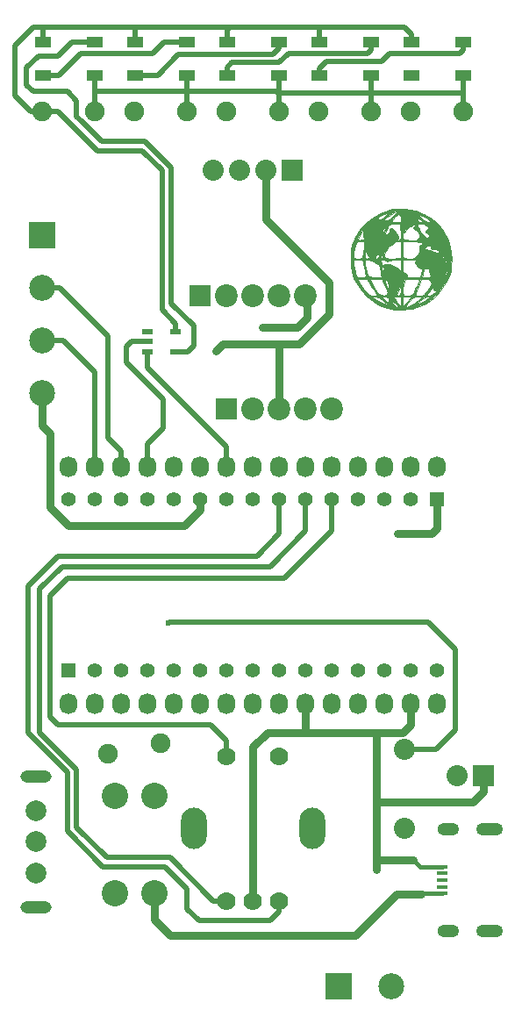
<source format=gbr>
G04 #@! TF.FileFunction,Copper,L1,Top,Signal*
%FSLAX46Y46*%
G04 Gerber Fmt 4.6, Leading zero omitted, Abs format (unit mm)*
G04 Created by KiCad (PCBNEW 4.0.5) date 12/07/17 20:38:24*
%MOMM*%
%LPD*%
G01*
G04 APERTURE LIST*
%ADD10C,0.500000*%
%ADD11C,0.010000*%
%ADD12C,1.778000*%
%ADD13O,2.500000X4.000500*%
%ADD14R,2.032000X2.032000*%
%ADD15C,2.032000*%
%ADD16C,1.905000*%
%ADD17O,1.727200X2.032000*%
%ADD18C,2.540000*%
%ADD19C,2.000000*%
%ADD20O,3.000000X1.200000*%
%ADD21R,1.100000X0.450000*%
%ADD22O,2.100000X1.200000*%
%ADD23O,2.600000X1.200000*%
%ADD24R,2.100580X2.100580*%
%ADD25C,2.199640*%
%ADD26R,2.499360X2.499360*%
%ADD27C,2.499360*%
%ADD28C,1.397000*%
%ADD29R,1.397000X1.397000*%
%ADD30C,0.010000*%
%ADD31R,1.600000X1.000000*%
%ADD32R,1.000000X0.550000*%
%ADD33C,0.600000*%
%ADD34C,0.508000*%
%ADD35C,0.762000*%
%ADD36C,0.381000*%
G04 APERTURE END LIST*
D10*
D11*
G36*
X39346092Y80768486D02*
X39908908Y80723429D01*
X40383235Y80634807D01*
X40456706Y80613542D01*
X41273578Y80274299D01*
X42022366Y79794203D01*
X42552072Y79318761D01*
X43011128Y78790669D01*
X43357358Y78268757D01*
X43631748Y77688380D01*
X43701661Y77505568D01*
X43810208Y77080991D01*
X43877463Y76548005D01*
X43902724Y75962601D01*
X43885288Y75380766D01*
X43824454Y74858491D01*
X43739268Y74506667D01*
X43367352Y73639657D01*
X42874998Y72883171D01*
X42269541Y72245797D01*
X41558312Y71736122D01*
X41221847Y71558390D01*
X40843794Y71391722D01*
X40461020Y71245788D01*
X40140552Y71145533D01*
X40064332Y71127628D01*
X39706714Y71079357D01*
X39254732Y71053038D01*
X38782094Y71049998D01*
X38362508Y71071564D01*
X38184666Y71093786D01*
X37718855Y71209794D01*
X37198494Y71399168D01*
X36702263Y71630762D01*
X36432875Y71787273D01*
X35867718Y72225924D01*
X36322000Y72225924D01*
X36392788Y72155492D01*
X36582380Y72033474D01*
X36856614Y71880915D01*
X37009137Y71802590D01*
X37373528Y71627621D01*
X37643621Y71512920D01*
X37805182Y71462971D01*
X37843980Y71482259D01*
X37756224Y71567193D01*
X37619753Y71676597D01*
X37540248Y71741426D01*
X38190106Y71741426D01*
X38247397Y71604817D01*
X38357298Y71474632D01*
X38506337Y71353720D01*
X38648111Y71292979D01*
X38737631Y71302067D01*
X38736264Y71317756D01*
X39476409Y71317756D01*
X39518507Y71299848D01*
X39574702Y71317279D01*
X39761329Y71366830D01*
X39834202Y71374000D01*
X39953498Y71422093D01*
X40154601Y71546090D01*
X40265702Y71623855D01*
X40627351Y71623855D01*
X40641151Y71596793D01*
X40753851Y71628532D01*
X40767000Y71633157D01*
X40999427Y71732897D01*
X41279446Y71875799D01*
X41376457Y71930558D01*
X41652293Y72106355D01*
X41773844Y72223826D01*
X41743950Y72287769D01*
X41597496Y72303592D01*
X41357535Y72232632D01*
X41048671Y72019404D01*
X40936333Y71922529D01*
X40722421Y71726754D01*
X40627351Y71623855D01*
X40265702Y71623855D01*
X40396736Y71715572D01*
X40639129Y71900119D01*
X40841007Y72069312D01*
X40961597Y72192730D01*
X40978666Y72227844D01*
X40903142Y72274749D01*
X40712770Y72302292D01*
X40610920Y72305334D01*
X40394331Y72292663D01*
X40234297Y72233409D01*
X40075046Y72095708D01*
X39906977Y71903167D01*
X39661686Y71603620D01*
X39521149Y71413748D01*
X39476409Y71317756D01*
X38736264Y71317756D01*
X38729908Y71390645D01*
X38727401Y71395167D01*
X38593805Y71583738D01*
X38437586Y71743258D01*
X38304855Y71830900D01*
X38257026Y71832061D01*
X38190106Y71741426D01*
X37540248Y71741426D01*
X37407294Y71849836D01*
X37239504Y71987834D01*
X36909333Y72215380D01*
X36806854Y72248000D01*
X37253333Y72248000D01*
X37312398Y72163023D01*
X37460525Y72018503D01*
X37528500Y71959654D01*
X37701547Y71821491D01*
X37786722Y71787615D01*
X37822791Y71849901D01*
X37831528Y71896145D01*
X37832978Y72097541D01*
X37813019Y72184491D01*
X37774566Y72213750D01*
X38354000Y72213750D01*
X38401861Y72113433D01*
X38521633Y71935782D01*
X38677600Y71727282D01*
X38834043Y71534423D01*
X38955245Y71403691D01*
X38999199Y71374000D01*
X39016802Y71450603D01*
X39028474Y71648194D01*
X39031333Y71839667D01*
X39031333Y72305334D01*
X39200666Y72305334D01*
X39204460Y71818500D01*
X39208254Y71331667D01*
X39585460Y71752682D01*
X39776959Y71975596D01*
X39912726Y72151147D01*
X39962666Y72239515D01*
X39886958Y72278776D01*
X39695417Y72302320D01*
X39581666Y72305334D01*
X39200666Y72305334D01*
X39031333Y72305334D01*
X38692666Y72305334D01*
X38480498Y72285022D01*
X38362603Y72234259D01*
X38354000Y72213750D01*
X37774566Y72213750D01*
X37720317Y72255027D01*
X37551297Y72298738D01*
X37375992Y72307678D01*
X37264440Y72273900D01*
X37253333Y72248000D01*
X36806854Y72248000D01*
X36632739Y72303422D01*
X36588446Y72305334D01*
X36404774Y72283319D01*
X36322337Y72229928D01*
X36322000Y72225924D01*
X35867718Y72225924D01*
X35844751Y72243750D01*
X35307538Y72805899D01*
X34849426Y73435189D01*
X34582818Y73935167D01*
X34882983Y73935167D01*
X34937525Y73778396D01*
X35080001Y73539103D01*
X35280223Y73256092D01*
X35507998Y72968169D01*
X35733137Y72714136D01*
X35925450Y72532800D01*
X36022343Y72470705D01*
X36238144Y72414657D01*
X36471227Y72396382D01*
X36646318Y72419324D01*
X36682907Y72440464D01*
X36665774Y72530797D01*
X36569198Y72712151D01*
X36455663Y72884964D01*
X36253561Y73187132D01*
X36056688Y73505562D01*
X35980387Y73638834D01*
X35856949Y73847763D01*
X35817619Y73884794D01*
X36068000Y73884794D01*
X36114288Y73753777D01*
X36235069Y73529784D01*
X36403213Y73255289D01*
X36591591Y72972766D01*
X36773074Y72724691D01*
X36914437Y72559563D01*
X37129938Y72434669D01*
X37383473Y72407284D01*
X37607447Y72476490D01*
X37691560Y72558542D01*
X38583104Y72558542D01*
X38604657Y72434262D01*
X38763158Y72401559D01*
X38806489Y72406325D01*
X38909449Y72440158D01*
X38967260Y72531844D01*
X38995242Y72722513D01*
X39002356Y72875106D01*
X39199959Y72875106D01*
X39208513Y72614565D01*
X39251354Y72454479D01*
X39261014Y72442542D01*
X39375335Y72411290D01*
X39593659Y72402634D01*
X39705514Y72407264D01*
X39899913Y72425130D01*
X40033140Y72469286D01*
X40067281Y72501699D01*
X40434578Y72501699D01*
X40436044Y72462191D01*
X40550653Y72409779D01*
X40761996Y72392176D01*
X41001244Y72408644D01*
X41199570Y72458445D01*
X41225152Y72470646D01*
X41236173Y72480316D01*
X41571333Y72480316D01*
X41634506Y72396722D01*
X41793627Y72395526D01*
X42003094Y72466184D01*
X42217308Y72598154D01*
X42268497Y72641519D01*
X42431695Y72796175D01*
X42477178Y72870088D01*
X42415169Y72893450D01*
X42354500Y72895519D01*
X42200796Y72945851D01*
X42164000Y73025000D01*
X42123622Y73137749D01*
X42089382Y73152000D01*
X41993714Y73088447D01*
X41852618Y72933889D01*
X41707861Y72742480D01*
X41601208Y72568374D01*
X41571333Y72480316D01*
X41236173Y72480316D01*
X41349730Y72579951D01*
X41525473Y72785197D01*
X41695079Y73014813D01*
X41864036Y73268678D01*
X41947541Y73435100D01*
X41959586Y73563693D01*
X41914162Y73704071D01*
X41899158Y73738501D01*
X41809082Y73900840D01*
X41689344Y73976697D01*
X41478513Y73998080D01*
X41399866Y73998667D01*
X41015735Y73998667D01*
X40703582Y73266524D01*
X40572422Y72941224D01*
X40478527Y72673573D01*
X40434578Y72501699D01*
X40067281Y72501699D01*
X40141305Y72571974D01*
X40260516Y72765439D01*
X40397327Y73025000D01*
X40603740Y73424572D01*
X40729378Y73696617D01*
X40768113Y73865601D01*
X40713813Y73955991D01*
X40560350Y73992254D01*
X40301594Y73998855D01*
X40153386Y73998667D01*
X39486029Y73998667D01*
X39343347Y73699461D01*
X39271045Y73473554D01*
X39222026Y73180102D01*
X39199959Y72875106D01*
X39002356Y72875106D01*
X39005397Y72940334D01*
X39009267Y73201649D01*
X38997065Y73306350D01*
X38966355Y73266606D01*
X38949825Y73217768D01*
X38842903Y72981215D01*
X38701748Y72763316D01*
X38583104Y72558542D01*
X37691560Y72558542D01*
X37703561Y72570248D01*
X37729821Y72689477D01*
X37690298Y72885370D01*
X37577649Y73187074D01*
X37506299Y73353415D01*
X37290917Y73843513D01*
X37487638Y73843513D01*
X37541183Y73663742D01*
X37607980Y73490667D01*
X37712430Y73256408D01*
X37794587Y73102673D01*
X37826102Y73067334D01*
X37842029Y73141822D01*
X37831822Y73328869D01*
X37821234Y73418203D01*
X37737194Y73723799D01*
X37590840Y73887798D01*
X37490858Y73912704D01*
X37487638Y73843513D01*
X37290917Y73843513D01*
X37222731Y73998667D01*
X36645365Y73998667D01*
X36317564Y73988859D01*
X36133598Y73956209D01*
X36068930Y73895876D01*
X36068000Y73884794D01*
X35817619Y73884794D01*
X35743567Y73954515D01*
X35578518Y73993383D01*
X35332742Y73998667D01*
X35082660Y73987884D01*
X34919383Y73960156D01*
X34882983Y73935167D01*
X34582818Y73935167D01*
X34498607Y74093089D01*
X34288346Y74718381D01*
X34225905Y75143414D01*
X34198937Y75668934D01*
X34201590Y75871064D01*
X34433938Y75871064D01*
X34485193Y75322182D01*
X34532980Y74977815D01*
X34603670Y74653880D01*
X34662904Y74470650D01*
X34749012Y74291192D01*
X34849206Y74201802D01*
X35020760Y74171198D01*
X35217013Y74168000D01*
X35459627Y74179310D01*
X35613925Y74208257D01*
X35643244Y74231500D01*
X35626674Y74337629D01*
X35583475Y74568777D01*
X35521395Y74884154D01*
X35486447Y75057000D01*
X35379731Y75580368D01*
X35560000Y75580368D01*
X35585688Y75331483D01*
X35651716Y75014942D01*
X35741531Y74691218D01*
X35838578Y74420779D01*
X35917672Y74273834D01*
X36058018Y74211176D01*
X36339505Y74175149D01*
X36590203Y74168000D01*
X37176339Y74168000D01*
X37120597Y74485500D01*
X37050106Y74880936D01*
X37013326Y75046391D01*
X37182217Y75046391D01*
X37203315Y74961828D01*
X37272836Y74868111D01*
X37357708Y74915843D01*
X37411998Y75031429D01*
X37356344Y75114856D01*
X37243548Y75174389D01*
X37201951Y75160841D01*
X37182217Y75046391D01*
X37013326Y75046391D01*
X36991087Y75146427D01*
X36923342Y75318372D01*
X36826673Y75433170D01*
X36680879Y75527222D01*
X36487808Y75625805D01*
X36244592Y75732458D01*
X37115384Y75732458D01*
X37117274Y75727409D01*
X37163835Y75536681D01*
X37168666Y75473409D01*
X37233917Y75378388D01*
X37380607Y75357825D01*
X37535137Y75418072D01*
X37559773Y75439641D01*
X37695410Y75469381D01*
X37925605Y75426892D01*
X38203002Y75332322D01*
X38480245Y75205826D01*
X38709980Y75067553D01*
X38844850Y74937655D01*
X38862000Y74885493D01*
X38908409Y74774224D01*
X38946666Y74760667D01*
X38990910Y74838425D01*
X39021201Y75044407D01*
X39031333Y75311000D01*
X39031333Y75861334D01*
X39200666Y75861334D01*
X39200666Y75282257D01*
X39205747Y74971979D01*
X39230192Y74786883D01*
X39287807Y74682911D01*
X39392398Y74616002D01*
X39412333Y74606739D01*
X39578710Y74470390D01*
X39624000Y74339149D01*
X39638654Y74251464D01*
X39706116Y74200129D01*
X39861633Y74175583D01*
X40140454Y74168265D01*
X40255020Y74168000D01*
X40886040Y74168000D01*
X41067566Y74168000D01*
X41488783Y74168000D01*
X41745064Y74178553D01*
X41871623Y74219367D01*
X41907259Y74304181D01*
X41907307Y74316167D01*
X41855589Y74501846D01*
X41854311Y74504034D01*
X43295576Y74504034D01*
X43311587Y74414578D01*
X43379019Y74366685D01*
X43442654Y74469954D01*
X43498656Y74642660D01*
X43512715Y74715310D01*
X43469366Y74729319D01*
X43381648Y74659935D01*
X43295576Y74504034D01*
X41854311Y74504034D01*
X41786122Y74620730D01*
X41710044Y74791405D01*
X41713206Y74895897D01*
X41708310Y74999679D01*
X41671983Y75014667D01*
X41520556Y75042961D01*
X41452434Y75065607D01*
X41337888Y75050825D01*
X41240584Y74900546D01*
X41152949Y74600570D01*
X41120375Y74443167D01*
X41067566Y74168000D01*
X40886040Y74168000D01*
X40974214Y74485500D01*
X41044803Y74777146D01*
X41052439Y74941262D01*
X40995453Y75008172D01*
X40945104Y75014667D01*
X40828553Y75067460D01*
X40675361Y75198223D01*
X40521443Y75365535D01*
X40437536Y75480334D01*
X43518666Y75480334D01*
X43561000Y75438000D01*
X43603333Y75480334D01*
X43561000Y75522667D01*
X43518666Y75480334D01*
X40437536Y75480334D01*
X40402715Y75527975D01*
X40355091Y75644121D01*
X40373624Y75673764D01*
X40429721Y75724797D01*
X43293770Y75724797D01*
X43307000Y75692000D01*
X43383082Y75611230D01*
X43396663Y75607334D01*
X43433029Y75672840D01*
X43434000Y75692000D01*
X43368912Y75773414D01*
X43344336Y75776667D01*
X43293770Y75724797D01*
X40429721Y75724797D01*
X40465655Y75757487D01*
X40470666Y75783723D01*
X40392925Y75820819D01*
X40187281Y75848261D01*
X39895101Y75860994D01*
X39835666Y75861334D01*
X39200666Y75861334D01*
X39031333Y75861334D01*
X38569650Y75861334D01*
X38263532Y75843068D01*
X37994414Y75796472D01*
X37890020Y75762030D01*
X37701458Y75705104D01*
X37579080Y75755893D01*
X37572770Y75762030D01*
X37414088Y75840759D01*
X37269674Y75861334D01*
X37123802Y75832668D01*
X37115384Y75732458D01*
X36244592Y75732458D01*
X36198173Y75752813D01*
X35932587Y75837923D01*
X35792833Y75859915D01*
X35633115Y75840594D01*
X35569885Y75745649D01*
X35560000Y75580368D01*
X35379731Y75580368D01*
X35331072Y75819000D01*
X34433938Y75871064D01*
X34201590Y75871064D01*
X34206311Y76230567D01*
X34208624Y76260964D01*
X34434497Y76260964D01*
X34455394Y76112865D01*
X34534192Y76031116D01*
X34535061Y76030606D01*
X34738329Y75968376D01*
X34997550Y75952567D01*
X35221209Y75985618D01*
X35276825Y76010844D01*
X35326381Y76118407D01*
X35342695Y76195236D01*
X35533937Y76195236D01*
X35573810Y76057114D01*
X35577873Y76051834D01*
X35695275Y75956267D01*
X35831733Y75988763D01*
X35888003Y76022285D01*
X35951879Y76097943D01*
X35936834Y76163320D01*
X36538062Y76163320D01*
X36538805Y76019945D01*
X36559913Y75990310D01*
X36692584Y75952362D01*
X36828375Y76031643D01*
X36899388Y76179699D01*
X36893515Y76231045D01*
X37084000Y76231045D01*
X37110461Y76063697D01*
X37168519Y75984850D01*
X37226186Y76026602D01*
X37240106Y76074398D01*
X37217122Y76249163D01*
X37176606Y76310594D01*
X37103729Y76341348D01*
X37084000Y76231045D01*
X36893515Y76231045D01*
X36882257Y76329468D01*
X36802582Y76355684D01*
X37434180Y76355684D01*
X37438829Y76153141D01*
X37555744Y76023755D01*
X37613166Y76005753D01*
X37966645Y75965873D01*
X38368986Y75960651D01*
X38721067Y75990676D01*
X38766750Y75998917D01*
X39031333Y76051834D01*
X39031333Y76844073D01*
X39200666Y76844073D01*
X39202744Y76453216D01*
X39224852Y76200636D01*
X39290797Y76055318D01*
X39424390Y75986249D01*
X39649439Y75962414D01*
X39882557Y75955822D01*
X40141354Y75967249D01*
X40328578Y76040911D01*
X40460176Y76155102D01*
X43032564Y76155102D01*
X43049518Y76120967D01*
X43130251Y76033434D01*
X43145102Y76095163D01*
X43124549Y76161319D01*
X43062216Y76253525D01*
X43034062Y76251618D01*
X43032564Y76155102D01*
X40460176Y76155102D01*
X40524952Y76211309D01*
X40557060Y76244116D01*
X40738003Y76455478D01*
X40818280Y76644122D01*
X40830678Y76891562D01*
X40829501Y76921449D01*
X40830299Y76979730D01*
X41334321Y76979730D01*
X41358100Y76898774D01*
X41518633Y76877334D01*
X41719176Y76828818D01*
X41821410Y76755061D01*
X41969490Y76664846D01*
X42199092Y76604314D01*
X42233944Y76599960D01*
X42457011Y76574692D01*
X42602840Y76555057D01*
X42614708Y76552900D01*
X42660194Y76607657D01*
X42656311Y76686834D01*
X42641376Y76708000D01*
X42841333Y76708000D01*
X42870220Y76625535D01*
X42878669Y76623334D01*
X42950955Y76682663D01*
X42968333Y76708000D01*
X42961620Y76786019D01*
X42930996Y76792667D01*
X42844778Y76731207D01*
X42841333Y76708000D01*
X42641376Y76708000D01*
X42582036Y76792094D01*
X42388072Y76848588D01*
X42262044Y76861380D01*
X42023233Y76896200D01*
X41934523Y76959660D01*
X41938574Y76999010D01*
X41904136Y77112820D01*
X41784427Y77199945D01*
X41606812Y77242987D01*
X41467126Y77156121D01*
X41452461Y77140315D01*
X41334321Y76979730D01*
X40830299Y76979730D01*
X40832853Y77165971D01*
X40878123Y77279715D01*
X40944373Y77300667D01*
X41043907Y77364249D01*
X41047371Y77448834D01*
X41014271Y77515773D01*
X40925673Y77561224D01*
X40751947Y77590629D01*
X40463464Y77609429D01*
X40109829Y77621032D01*
X39200666Y77645063D01*
X39200666Y76844073D01*
X39031333Y76844073D01*
X39031333Y77639334D01*
X38744058Y77639334D01*
X38512808Y77602065D01*
X38408048Y77512334D01*
X38297337Y77399742D01*
X38234019Y77385334D01*
X38077616Y77325147D01*
X37892276Y77181434D01*
X37737792Y77009469D01*
X37673973Y76867625D01*
X37623675Y76711379D01*
X37546973Y76585985D01*
X37434180Y76355684D01*
X36802582Y76355684D01*
X36761096Y76369334D01*
X36625623Y76305148D01*
X36538062Y76163320D01*
X35936834Y76163320D01*
X35923278Y76222224D01*
X35848582Y76359656D01*
X35731997Y76533210D01*
X35645641Y76620782D01*
X35636282Y76623334D01*
X35572640Y76551412D01*
X35536036Y76384358D01*
X35533937Y76195236D01*
X35342695Y76195236D01*
X35376563Y76354728D01*
X35419771Y76679435D01*
X35435912Y76856215D01*
X35497174Y77639334D01*
X35118655Y77639334D01*
X34882298Y77630369D01*
X34755673Y77574679D01*
X34679218Y77429066D01*
X34635063Y77288631D01*
X34554686Y76976920D01*
X34481803Y76625176D01*
X34464556Y76523995D01*
X34434497Y76260964D01*
X34208624Y76260964D01*
X34246899Y76763937D01*
X34319568Y77204670D01*
X34332938Y77257956D01*
X34552549Y77842058D01*
X34922187Y77842058D01*
X35015969Y77751390D01*
X35200782Y77764235D01*
X35374112Y77811711D01*
X35449618Y77839397D01*
X35448016Y77925030D01*
X35425284Y78125264D01*
X35404009Y78277015D01*
X35389683Y78373327D01*
X37523488Y78373327D01*
X37614534Y78319732D01*
X37667608Y78316667D01*
X37834335Y78390955D01*
X37920548Y78603896D01*
X37930666Y78746925D01*
X37974916Y78888392D01*
X38089883Y78909446D01*
X38248893Y78828200D01*
X38425272Y78662766D01*
X38592345Y78431253D01*
X38694090Y78228563D01*
X38761016Y78026886D01*
X38741459Y77930774D01*
X38708868Y77912846D01*
X38644220Y77835189D01*
X38654802Y77801436D01*
X38714564Y77733420D01*
X38811017Y77743737D01*
X38897408Y77775392D01*
X38990986Y77900265D01*
X39027629Y78152698D01*
X39200666Y78152698D01*
X39212443Y77935739D01*
X39274922Y77833438D01*
X39428828Y77791413D01*
X39475833Y77785248D01*
X40019063Y77739185D01*
X40409438Y77754514D01*
X40644679Y77831100D01*
X40676285Y77857048D01*
X40776702Y78049343D01*
X40787391Y78289214D01*
X40722344Y78520973D01*
X40595555Y78688935D01*
X40454419Y78740000D01*
X40303837Y78797813D01*
X40234161Y78925876D01*
X40274535Y79056127D01*
X40307710Y79082609D01*
X40375352Y79176199D01*
X40358530Y79219025D01*
X40245498Y79230911D01*
X40129298Y79181295D01*
X39946341Y79098137D01*
X39845178Y79078667D01*
X39729805Y79011486D01*
X39589633Y78844106D01*
X39550551Y78782334D01*
X39420791Y78595729D01*
X39311110Y78492947D01*
X39288188Y78486000D01*
X39233025Y78410975D01*
X39202689Y78223889D01*
X39200666Y78152698D01*
X39027629Y78152698D01*
X39031021Y78176064D01*
X39016831Y78592842D01*
X38977491Y78939850D01*
X38934091Y79256492D01*
X40568764Y79256492D01*
X40603982Y79153163D01*
X40682333Y79078667D01*
X40783963Y78914164D01*
X40809333Y78773919D01*
X40884321Y78566531D01*
X41021000Y78435881D01*
X41172669Y78305984D01*
X41232666Y78196863D01*
X41299276Y78024781D01*
X41455635Y77953250D01*
X41579588Y77982419D01*
X41728356Y78085496D01*
X41778720Y78140410D01*
X41751411Y78232000D01*
X42037000Y78232000D01*
X42043712Y78153982D01*
X42074336Y78147334D01*
X42160554Y78208794D01*
X42164000Y78232000D01*
X42135113Y78314466D01*
X42126663Y78316667D01*
X42054377Y78257338D01*
X42037000Y78232000D01*
X41751411Y78232000D01*
X41750259Y78235862D01*
X41618037Y78368275D01*
X41594082Y78386332D01*
X41523082Y78443667D01*
X42248666Y78443667D01*
X42291000Y78401334D01*
X42333333Y78443667D01*
X42291000Y78486000D01*
X42248666Y78443667D01*
X41523082Y78443667D01*
X41443586Y78507862D01*
X41433381Y78542445D01*
X42530888Y78542445D01*
X42542511Y78492111D01*
X42587333Y78486000D01*
X42657023Y78516979D01*
X42643777Y78542445D01*
X42543298Y78552578D01*
X42530888Y78542445D01*
X41433381Y78542445D01*
X41417797Y78595250D01*
X41492708Y78697667D01*
X42079333Y78697667D01*
X42121666Y78655334D01*
X42164000Y78697667D01*
X42121666Y78740000D01*
X42079333Y78697667D01*
X41492708Y78697667D01*
X41501136Y78709189D01*
X41508979Y78717878D01*
X41634291Y78891047D01*
X41625928Y79032093D01*
X41515877Y79177834D01*
X41349756Y79280501D01*
X41684769Y79280501D01*
X41698333Y79248000D01*
X41810492Y79166495D01*
X41835326Y79163334D01*
X41881230Y79215500D01*
X41867666Y79248000D01*
X41755507Y79329506D01*
X41730673Y79332667D01*
X41684769Y79280501D01*
X41349756Y79280501D01*
X41335661Y79289212D01*
X41040514Y79331557D01*
X40965544Y79332667D01*
X40687276Y79314524D01*
X40568764Y79256492D01*
X38934091Y79256492D01*
X38923650Y79332667D01*
X38482614Y79332667D01*
X38181097Y79312136D01*
X37971420Y79228285D01*
X37804259Y79047727D01*
X37644543Y78765372D01*
X37533929Y78513368D01*
X37523488Y78373327D01*
X35389683Y78373327D01*
X35355692Y78601826D01*
X37258958Y78601826D01*
X37324409Y78570667D01*
X37406116Y78639324D01*
X37500828Y78801868D01*
X37568242Y78958415D01*
X37549567Y78976775D01*
X37429751Y78873413D01*
X37287761Y78712177D01*
X37258958Y78601826D01*
X35355692Y78601826D01*
X35341434Y78697667D01*
X35106015Y78329956D01*
X34951795Y78037346D01*
X34922187Y77842058D01*
X34552549Y77842058D01*
X34624444Y78033275D01*
X35061688Y78751426D01*
X35625433Y79393418D01*
X35864087Y79587911D01*
X38184666Y79587911D01*
X38260811Y79538904D01*
X38455502Y79507799D01*
X38608000Y79502000D01*
X39031333Y79502000D01*
X39031333Y79671334D01*
X40640000Y79671334D01*
X40689608Y79538549D01*
X40851666Y79502000D01*
X41010797Y79529970D01*
X41063333Y79583688D01*
X40997773Y79677343D01*
X40853291Y79780295D01*
X40708188Y79838950D01*
X40687899Y79840667D01*
X40648927Y79769487D01*
X40640000Y79671334D01*
X39031333Y79671334D01*
X39031333Y79787967D01*
X38992170Y80022313D01*
X38927133Y80133445D01*
X40768532Y80133445D01*
X40839728Y80030948D01*
X40989504Y79893193D01*
X41184442Y79745935D01*
X41391126Y79614929D01*
X41576140Y79525930D01*
X41682163Y79502230D01*
X41840810Y79527131D01*
X41866576Y79588431D01*
X41754617Y79688749D01*
X41543101Y79826982D01*
X41286334Y79973002D01*
X41038626Y80096683D01*
X40854283Y80167898D01*
X40809333Y80174929D01*
X40768532Y80133445D01*
X38927133Y80133445D01*
X38896465Y80185848D01*
X38895016Y80187066D01*
X38797962Y80238295D01*
X38692608Y80201697D01*
X38537403Y80057637D01*
X38471683Y79987010D01*
X38305805Y79790098D01*
X38202145Y79636434D01*
X38184666Y79587911D01*
X35864087Y79587911D01*
X35968945Y79673365D01*
X37315029Y79673365D01*
X37339768Y79632847D01*
X37499419Y79626257D01*
X37582226Y79628047D01*
X37778262Y79649248D01*
X37941850Y79721181D01*
X38121220Y79873529D01*
X38312047Y80077208D01*
X38495939Y80292642D01*
X38611289Y80449670D01*
X38635627Y80517339D01*
X38632031Y80518000D01*
X38514807Y80474508D01*
X38302745Y80362138D01*
X38040472Y80208052D01*
X37772613Y80039411D01*
X37543796Y79883376D01*
X37399191Y79767647D01*
X37315029Y79673365D01*
X35968945Y79673365D01*
X36196625Y79858913D01*
X36795218Y79858913D01*
X36833602Y79793994D01*
X36892826Y79732709D01*
X36959695Y79717337D01*
X37066748Y79761132D01*
X37246524Y79877349D01*
X37528500Y80077052D01*
X37743929Y80235856D01*
X37889881Y80352628D01*
X37930666Y80395187D01*
X37861141Y80392036D01*
X37684257Y80337942D01*
X37447553Y80250377D01*
X37198567Y80146814D01*
X37002967Y80054213D01*
X36830984Y79947370D01*
X36795218Y79858913D01*
X36196625Y79858913D01*
X36296445Y79940261D01*
X37055487Y80372966D01*
X37755533Y80636843D01*
X38206522Y80725735D01*
X38757670Y80769435D01*
X39346092Y80768486D01*
X39346092Y80768486D01*
G37*
X39346092Y80768486D02*
X39908908Y80723429D01*
X40383235Y80634807D01*
X40456706Y80613542D01*
X41273578Y80274299D01*
X42022366Y79794203D01*
X42552072Y79318761D01*
X43011128Y78790669D01*
X43357358Y78268757D01*
X43631748Y77688380D01*
X43701661Y77505568D01*
X43810208Y77080991D01*
X43877463Y76548005D01*
X43902724Y75962601D01*
X43885288Y75380766D01*
X43824454Y74858491D01*
X43739268Y74506667D01*
X43367352Y73639657D01*
X42874998Y72883171D01*
X42269541Y72245797D01*
X41558312Y71736122D01*
X41221847Y71558390D01*
X40843794Y71391722D01*
X40461020Y71245788D01*
X40140552Y71145533D01*
X40064332Y71127628D01*
X39706714Y71079357D01*
X39254732Y71053038D01*
X38782094Y71049998D01*
X38362508Y71071564D01*
X38184666Y71093786D01*
X37718855Y71209794D01*
X37198494Y71399168D01*
X36702263Y71630762D01*
X36432875Y71787273D01*
X35867718Y72225924D01*
X36322000Y72225924D01*
X36392788Y72155492D01*
X36582380Y72033474D01*
X36856614Y71880915D01*
X37009137Y71802590D01*
X37373528Y71627621D01*
X37643621Y71512920D01*
X37805182Y71462971D01*
X37843980Y71482259D01*
X37756224Y71567193D01*
X37619753Y71676597D01*
X37540248Y71741426D01*
X38190106Y71741426D01*
X38247397Y71604817D01*
X38357298Y71474632D01*
X38506337Y71353720D01*
X38648111Y71292979D01*
X38737631Y71302067D01*
X38736264Y71317756D01*
X39476409Y71317756D01*
X39518507Y71299848D01*
X39574702Y71317279D01*
X39761329Y71366830D01*
X39834202Y71374000D01*
X39953498Y71422093D01*
X40154601Y71546090D01*
X40265702Y71623855D01*
X40627351Y71623855D01*
X40641151Y71596793D01*
X40753851Y71628532D01*
X40767000Y71633157D01*
X40999427Y71732897D01*
X41279446Y71875799D01*
X41376457Y71930558D01*
X41652293Y72106355D01*
X41773844Y72223826D01*
X41743950Y72287769D01*
X41597496Y72303592D01*
X41357535Y72232632D01*
X41048671Y72019404D01*
X40936333Y71922529D01*
X40722421Y71726754D01*
X40627351Y71623855D01*
X40265702Y71623855D01*
X40396736Y71715572D01*
X40639129Y71900119D01*
X40841007Y72069312D01*
X40961597Y72192730D01*
X40978666Y72227844D01*
X40903142Y72274749D01*
X40712770Y72302292D01*
X40610920Y72305334D01*
X40394331Y72292663D01*
X40234297Y72233409D01*
X40075046Y72095708D01*
X39906977Y71903167D01*
X39661686Y71603620D01*
X39521149Y71413748D01*
X39476409Y71317756D01*
X38736264Y71317756D01*
X38729908Y71390645D01*
X38727401Y71395167D01*
X38593805Y71583738D01*
X38437586Y71743258D01*
X38304855Y71830900D01*
X38257026Y71832061D01*
X38190106Y71741426D01*
X37540248Y71741426D01*
X37407294Y71849836D01*
X37239504Y71987834D01*
X36909333Y72215380D01*
X36806854Y72248000D01*
X37253333Y72248000D01*
X37312398Y72163023D01*
X37460525Y72018503D01*
X37528500Y71959654D01*
X37701547Y71821491D01*
X37786722Y71787615D01*
X37822791Y71849901D01*
X37831528Y71896145D01*
X37832978Y72097541D01*
X37813019Y72184491D01*
X37774566Y72213750D01*
X38354000Y72213750D01*
X38401861Y72113433D01*
X38521633Y71935782D01*
X38677600Y71727282D01*
X38834043Y71534423D01*
X38955245Y71403691D01*
X38999199Y71374000D01*
X39016802Y71450603D01*
X39028474Y71648194D01*
X39031333Y71839667D01*
X39031333Y72305334D01*
X39200666Y72305334D01*
X39204460Y71818500D01*
X39208254Y71331667D01*
X39585460Y71752682D01*
X39776959Y71975596D01*
X39912726Y72151147D01*
X39962666Y72239515D01*
X39886958Y72278776D01*
X39695417Y72302320D01*
X39581666Y72305334D01*
X39200666Y72305334D01*
X39031333Y72305334D01*
X38692666Y72305334D01*
X38480498Y72285022D01*
X38362603Y72234259D01*
X38354000Y72213750D01*
X37774566Y72213750D01*
X37720317Y72255027D01*
X37551297Y72298738D01*
X37375992Y72307678D01*
X37264440Y72273900D01*
X37253333Y72248000D01*
X36806854Y72248000D01*
X36632739Y72303422D01*
X36588446Y72305334D01*
X36404774Y72283319D01*
X36322337Y72229928D01*
X36322000Y72225924D01*
X35867718Y72225924D01*
X35844751Y72243750D01*
X35307538Y72805899D01*
X34849426Y73435189D01*
X34582818Y73935167D01*
X34882983Y73935167D01*
X34937525Y73778396D01*
X35080001Y73539103D01*
X35280223Y73256092D01*
X35507998Y72968169D01*
X35733137Y72714136D01*
X35925450Y72532800D01*
X36022343Y72470705D01*
X36238144Y72414657D01*
X36471227Y72396382D01*
X36646318Y72419324D01*
X36682907Y72440464D01*
X36665774Y72530797D01*
X36569198Y72712151D01*
X36455663Y72884964D01*
X36253561Y73187132D01*
X36056688Y73505562D01*
X35980387Y73638834D01*
X35856949Y73847763D01*
X35817619Y73884794D01*
X36068000Y73884794D01*
X36114288Y73753777D01*
X36235069Y73529784D01*
X36403213Y73255289D01*
X36591591Y72972766D01*
X36773074Y72724691D01*
X36914437Y72559563D01*
X37129938Y72434669D01*
X37383473Y72407284D01*
X37607447Y72476490D01*
X37691560Y72558542D01*
X38583104Y72558542D01*
X38604657Y72434262D01*
X38763158Y72401559D01*
X38806489Y72406325D01*
X38909449Y72440158D01*
X38967260Y72531844D01*
X38995242Y72722513D01*
X39002356Y72875106D01*
X39199959Y72875106D01*
X39208513Y72614565D01*
X39251354Y72454479D01*
X39261014Y72442542D01*
X39375335Y72411290D01*
X39593659Y72402634D01*
X39705514Y72407264D01*
X39899913Y72425130D01*
X40033140Y72469286D01*
X40067281Y72501699D01*
X40434578Y72501699D01*
X40436044Y72462191D01*
X40550653Y72409779D01*
X40761996Y72392176D01*
X41001244Y72408644D01*
X41199570Y72458445D01*
X41225152Y72470646D01*
X41236173Y72480316D01*
X41571333Y72480316D01*
X41634506Y72396722D01*
X41793627Y72395526D01*
X42003094Y72466184D01*
X42217308Y72598154D01*
X42268497Y72641519D01*
X42431695Y72796175D01*
X42477178Y72870088D01*
X42415169Y72893450D01*
X42354500Y72895519D01*
X42200796Y72945851D01*
X42164000Y73025000D01*
X42123622Y73137749D01*
X42089382Y73152000D01*
X41993714Y73088447D01*
X41852618Y72933889D01*
X41707861Y72742480D01*
X41601208Y72568374D01*
X41571333Y72480316D01*
X41236173Y72480316D01*
X41349730Y72579951D01*
X41525473Y72785197D01*
X41695079Y73014813D01*
X41864036Y73268678D01*
X41947541Y73435100D01*
X41959586Y73563693D01*
X41914162Y73704071D01*
X41899158Y73738501D01*
X41809082Y73900840D01*
X41689344Y73976697D01*
X41478513Y73998080D01*
X41399866Y73998667D01*
X41015735Y73998667D01*
X40703582Y73266524D01*
X40572422Y72941224D01*
X40478527Y72673573D01*
X40434578Y72501699D01*
X40067281Y72501699D01*
X40141305Y72571974D01*
X40260516Y72765439D01*
X40397327Y73025000D01*
X40603740Y73424572D01*
X40729378Y73696617D01*
X40768113Y73865601D01*
X40713813Y73955991D01*
X40560350Y73992254D01*
X40301594Y73998855D01*
X40153386Y73998667D01*
X39486029Y73998667D01*
X39343347Y73699461D01*
X39271045Y73473554D01*
X39222026Y73180102D01*
X39199959Y72875106D01*
X39002356Y72875106D01*
X39005397Y72940334D01*
X39009267Y73201649D01*
X38997065Y73306350D01*
X38966355Y73266606D01*
X38949825Y73217768D01*
X38842903Y72981215D01*
X38701748Y72763316D01*
X38583104Y72558542D01*
X37691560Y72558542D01*
X37703561Y72570248D01*
X37729821Y72689477D01*
X37690298Y72885370D01*
X37577649Y73187074D01*
X37506299Y73353415D01*
X37290917Y73843513D01*
X37487638Y73843513D01*
X37541183Y73663742D01*
X37607980Y73490667D01*
X37712430Y73256408D01*
X37794587Y73102673D01*
X37826102Y73067334D01*
X37842029Y73141822D01*
X37831822Y73328869D01*
X37821234Y73418203D01*
X37737194Y73723799D01*
X37590840Y73887798D01*
X37490858Y73912704D01*
X37487638Y73843513D01*
X37290917Y73843513D01*
X37222731Y73998667D01*
X36645365Y73998667D01*
X36317564Y73988859D01*
X36133598Y73956209D01*
X36068930Y73895876D01*
X36068000Y73884794D01*
X35817619Y73884794D01*
X35743567Y73954515D01*
X35578518Y73993383D01*
X35332742Y73998667D01*
X35082660Y73987884D01*
X34919383Y73960156D01*
X34882983Y73935167D01*
X34582818Y73935167D01*
X34498607Y74093089D01*
X34288346Y74718381D01*
X34225905Y75143414D01*
X34198937Y75668934D01*
X34201590Y75871064D01*
X34433938Y75871064D01*
X34485193Y75322182D01*
X34532980Y74977815D01*
X34603670Y74653880D01*
X34662904Y74470650D01*
X34749012Y74291192D01*
X34849206Y74201802D01*
X35020760Y74171198D01*
X35217013Y74168000D01*
X35459627Y74179310D01*
X35613925Y74208257D01*
X35643244Y74231500D01*
X35626674Y74337629D01*
X35583475Y74568777D01*
X35521395Y74884154D01*
X35486447Y75057000D01*
X35379731Y75580368D01*
X35560000Y75580368D01*
X35585688Y75331483D01*
X35651716Y75014942D01*
X35741531Y74691218D01*
X35838578Y74420779D01*
X35917672Y74273834D01*
X36058018Y74211176D01*
X36339505Y74175149D01*
X36590203Y74168000D01*
X37176339Y74168000D01*
X37120597Y74485500D01*
X37050106Y74880936D01*
X37013326Y75046391D01*
X37182217Y75046391D01*
X37203315Y74961828D01*
X37272836Y74868111D01*
X37357708Y74915843D01*
X37411998Y75031429D01*
X37356344Y75114856D01*
X37243548Y75174389D01*
X37201951Y75160841D01*
X37182217Y75046391D01*
X37013326Y75046391D01*
X36991087Y75146427D01*
X36923342Y75318372D01*
X36826673Y75433170D01*
X36680879Y75527222D01*
X36487808Y75625805D01*
X36244592Y75732458D01*
X37115384Y75732458D01*
X37117274Y75727409D01*
X37163835Y75536681D01*
X37168666Y75473409D01*
X37233917Y75378388D01*
X37380607Y75357825D01*
X37535137Y75418072D01*
X37559773Y75439641D01*
X37695410Y75469381D01*
X37925605Y75426892D01*
X38203002Y75332322D01*
X38480245Y75205826D01*
X38709980Y75067553D01*
X38844850Y74937655D01*
X38862000Y74885493D01*
X38908409Y74774224D01*
X38946666Y74760667D01*
X38990910Y74838425D01*
X39021201Y75044407D01*
X39031333Y75311000D01*
X39031333Y75861334D01*
X39200666Y75861334D01*
X39200666Y75282257D01*
X39205747Y74971979D01*
X39230192Y74786883D01*
X39287807Y74682911D01*
X39392398Y74616002D01*
X39412333Y74606739D01*
X39578710Y74470390D01*
X39624000Y74339149D01*
X39638654Y74251464D01*
X39706116Y74200129D01*
X39861633Y74175583D01*
X40140454Y74168265D01*
X40255020Y74168000D01*
X40886040Y74168000D01*
X41067566Y74168000D01*
X41488783Y74168000D01*
X41745064Y74178553D01*
X41871623Y74219367D01*
X41907259Y74304181D01*
X41907307Y74316167D01*
X41855589Y74501846D01*
X41854311Y74504034D01*
X43295576Y74504034D01*
X43311587Y74414578D01*
X43379019Y74366685D01*
X43442654Y74469954D01*
X43498656Y74642660D01*
X43512715Y74715310D01*
X43469366Y74729319D01*
X43381648Y74659935D01*
X43295576Y74504034D01*
X41854311Y74504034D01*
X41786122Y74620730D01*
X41710044Y74791405D01*
X41713206Y74895897D01*
X41708310Y74999679D01*
X41671983Y75014667D01*
X41520556Y75042961D01*
X41452434Y75065607D01*
X41337888Y75050825D01*
X41240584Y74900546D01*
X41152949Y74600570D01*
X41120375Y74443167D01*
X41067566Y74168000D01*
X40886040Y74168000D01*
X40974214Y74485500D01*
X41044803Y74777146D01*
X41052439Y74941262D01*
X40995453Y75008172D01*
X40945104Y75014667D01*
X40828553Y75067460D01*
X40675361Y75198223D01*
X40521443Y75365535D01*
X40437536Y75480334D01*
X43518666Y75480334D01*
X43561000Y75438000D01*
X43603333Y75480334D01*
X43561000Y75522667D01*
X43518666Y75480334D01*
X40437536Y75480334D01*
X40402715Y75527975D01*
X40355091Y75644121D01*
X40373624Y75673764D01*
X40429721Y75724797D01*
X43293770Y75724797D01*
X43307000Y75692000D01*
X43383082Y75611230D01*
X43396663Y75607334D01*
X43433029Y75672840D01*
X43434000Y75692000D01*
X43368912Y75773414D01*
X43344336Y75776667D01*
X43293770Y75724797D01*
X40429721Y75724797D01*
X40465655Y75757487D01*
X40470666Y75783723D01*
X40392925Y75820819D01*
X40187281Y75848261D01*
X39895101Y75860994D01*
X39835666Y75861334D01*
X39200666Y75861334D01*
X39031333Y75861334D01*
X38569650Y75861334D01*
X38263532Y75843068D01*
X37994414Y75796472D01*
X37890020Y75762030D01*
X37701458Y75705104D01*
X37579080Y75755893D01*
X37572770Y75762030D01*
X37414088Y75840759D01*
X37269674Y75861334D01*
X37123802Y75832668D01*
X37115384Y75732458D01*
X36244592Y75732458D01*
X36198173Y75752813D01*
X35932587Y75837923D01*
X35792833Y75859915D01*
X35633115Y75840594D01*
X35569885Y75745649D01*
X35560000Y75580368D01*
X35379731Y75580368D01*
X35331072Y75819000D01*
X34433938Y75871064D01*
X34201590Y75871064D01*
X34206311Y76230567D01*
X34208624Y76260964D01*
X34434497Y76260964D01*
X34455394Y76112865D01*
X34534192Y76031116D01*
X34535061Y76030606D01*
X34738329Y75968376D01*
X34997550Y75952567D01*
X35221209Y75985618D01*
X35276825Y76010844D01*
X35326381Y76118407D01*
X35342695Y76195236D01*
X35533937Y76195236D01*
X35573810Y76057114D01*
X35577873Y76051834D01*
X35695275Y75956267D01*
X35831733Y75988763D01*
X35888003Y76022285D01*
X35951879Y76097943D01*
X35936834Y76163320D01*
X36538062Y76163320D01*
X36538805Y76019945D01*
X36559913Y75990310D01*
X36692584Y75952362D01*
X36828375Y76031643D01*
X36899388Y76179699D01*
X36893515Y76231045D01*
X37084000Y76231045D01*
X37110461Y76063697D01*
X37168519Y75984850D01*
X37226186Y76026602D01*
X37240106Y76074398D01*
X37217122Y76249163D01*
X37176606Y76310594D01*
X37103729Y76341348D01*
X37084000Y76231045D01*
X36893515Y76231045D01*
X36882257Y76329468D01*
X36802582Y76355684D01*
X37434180Y76355684D01*
X37438829Y76153141D01*
X37555744Y76023755D01*
X37613166Y76005753D01*
X37966645Y75965873D01*
X38368986Y75960651D01*
X38721067Y75990676D01*
X38766750Y75998917D01*
X39031333Y76051834D01*
X39031333Y76844073D01*
X39200666Y76844073D01*
X39202744Y76453216D01*
X39224852Y76200636D01*
X39290797Y76055318D01*
X39424390Y75986249D01*
X39649439Y75962414D01*
X39882557Y75955822D01*
X40141354Y75967249D01*
X40328578Y76040911D01*
X40460176Y76155102D01*
X43032564Y76155102D01*
X43049518Y76120967D01*
X43130251Y76033434D01*
X43145102Y76095163D01*
X43124549Y76161319D01*
X43062216Y76253525D01*
X43034062Y76251618D01*
X43032564Y76155102D01*
X40460176Y76155102D01*
X40524952Y76211309D01*
X40557060Y76244116D01*
X40738003Y76455478D01*
X40818280Y76644122D01*
X40830678Y76891562D01*
X40829501Y76921449D01*
X40830299Y76979730D01*
X41334321Y76979730D01*
X41358100Y76898774D01*
X41518633Y76877334D01*
X41719176Y76828818D01*
X41821410Y76755061D01*
X41969490Y76664846D01*
X42199092Y76604314D01*
X42233944Y76599960D01*
X42457011Y76574692D01*
X42602840Y76555057D01*
X42614708Y76552900D01*
X42660194Y76607657D01*
X42656311Y76686834D01*
X42641376Y76708000D01*
X42841333Y76708000D01*
X42870220Y76625535D01*
X42878669Y76623334D01*
X42950955Y76682663D01*
X42968333Y76708000D01*
X42961620Y76786019D01*
X42930996Y76792667D01*
X42844778Y76731207D01*
X42841333Y76708000D01*
X42641376Y76708000D01*
X42582036Y76792094D01*
X42388072Y76848588D01*
X42262044Y76861380D01*
X42023233Y76896200D01*
X41934523Y76959660D01*
X41938574Y76999010D01*
X41904136Y77112820D01*
X41784427Y77199945D01*
X41606812Y77242987D01*
X41467126Y77156121D01*
X41452461Y77140315D01*
X41334321Y76979730D01*
X40830299Y76979730D01*
X40832853Y77165971D01*
X40878123Y77279715D01*
X40944373Y77300667D01*
X41043907Y77364249D01*
X41047371Y77448834D01*
X41014271Y77515773D01*
X40925673Y77561224D01*
X40751947Y77590629D01*
X40463464Y77609429D01*
X40109829Y77621032D01*
X39200666Y77645063D01*
X39200666Y76844073D01*
X39031333Y76844073D01*
X39031333Y77639334D01*
X38744058Y77639334D01*
X38512808Y77602065D01*
X38408048Y77512334D01*
X38297337Y77399742D01*
X38234019Y77385334D01*
X38077616Y77325147D01*
X37892276Y77181434D01*
X37737792Y77009469D01*
X37673973Y76867625D01*
X37623675Y76711379D01*
X37546973Y76585985D01*
X37434180Y76355684D01*
X36802582Y76355684D01*
X36761096Y76369334D01*
X36625623Y76305148D01*
X36538062Y76163320D01*
X35936834Y76163320D01*
X35923278Y76222224D01*
X35848582Y76359656D01*
X35731997Y76533210D01*
X35645641Y76620782D01*
X35636282Y76623334D01*
X35572640Y76551412D01*
X35536036Y76384358D01*
X35533937Y76195236D01*
X35342695Y76195236D01*
X35376563Y76354728D01*
X35419771Y76679435D01*
X35435912Y76856215D01*
X35497174Y77639334D01*
X35118655Y77639334D01*
X34882298Y77630369D01*
X34755673Y77574679D01*
X34679218Y77429066D01*
X34635063Y77288631D01*
X34554686Y76976920D01*
X34481803Y76625176D01*
X34464556Y76523995D01*
X34434497Y76260964D01*
X34208624Y76260964D01*
X34246899Y76763937D01*
X34319568Y77204670D01*
X34332938Y77257956D01*
X34552549Y77842058D01*
X34922187Y77842058D01*
X35015969Y77751390D01*
X35200782Y77764235D01*
X35374112Y77811711D01*
X35449618Y77839397D01*
X35448016Y77925030D01*
X35425284Y78125264D01*
X35404009Y78277015D01*
X35389683Y78373327D01*
X37523488Y78373327D01*
X37614534Y78319732D01*
X37667608Y78316667D01*
X37834335Y78390955D01*
X37920548Y78603896D01*
X37930666Y78746925D01*
X37974916Y78888392D01*
X38089883Y78909446D01*
X38248893Y78828200D01*
X38425272Y78662766D01*
X38592345Y78431253D01*
X38694090Y78228563D01*
X38761016Y78026886D01*
X38741459Y77930774D01*
X38708868Y77912846D01*
X38644220Y77835189D01*
X38654802Y77801436D01*
X38714564Y77733420D01*
X38811017Y77743737D01*
X38897408Y77775392D01*
X38990986Y77900265D01*
X39027629Y78152698D01*
X39200666Y78152698D01*
X39212443Y77935739D01*
X39274922Y77833438D01*
X39428828Y77791413D01*
X39475833Y77785248D01*
X40019063Y77739185D01*
X40409438Y77754514D01*
X40644679Y77831100D01*
X40676285Y77857048D01*
X40776702Y78049343D01*
X40787391Y78289214D01*
X40722344Y78520973D01*
X40595555Y78688935D01*
X40454419Y78740000D01*
X40303837Y78797813D01*
X40234161Y78925876D01*
X40274535Y79056127D01*
X40307710Y79082609D01*
X40375352Y79176199D01*
X40358530Y79219025D01*
X40245498Y79230911D01*
X40129298Y79181295D01*
X39946341Y79098137D01*
X39845178Y79078667D01*
X39729805Y79011486D01*
X39589633Y78844106D01*
X39550551Y78782334D01*
X39420791Y78595729D01*
X39311110Y78492947D01*
X39288188Y78486000D01*
X39233025Y78410975D01*
X39202689Y78223889D01*
X39200666Y78152698D01*
X39027629Y78152698D01*
X39031021Y78176064D01*
X39016831Y78592842D01*
X38977491Y78939850D01*
X38934091Y79256492D01*
X40568764Y79256492D01*
X40603982Y79153163D01*
X40682333Y79078667D01*
X40783963Y78914164D01*
X40809333Y78773919D01*
X40884321Y78566531D01*
X41021000Y78435881D01*
X41172669Y78305984D01*
X41232666Y78196863D01*
X41299276Y78024781D01*
X41455635Y77953250D01*
X41579588Y77982419D01*
X41728356Y78085496D01*
X41778720Y78140410D01*
X41751411Y78232000D01*
X42037000Y78232000D01*
X42043712Y78153982D01*
X42074336Y78147334D01*
X42160554Y78208794D01*
X42164000Y78232000D01*
X42135113Y78314466D01*
X42126663Y78316667D01*
X42054377Y78257338D01*
X42037000Y78232000D01*
X41751411Y78232000D01*
X41750259Y78235862D01*
X41618037Y78368275D01*
X41594082Y78386332D01*
X41523082Y78443667D01*
X42248666Y78443667D01*
X42291000Y78401334D01*
X42333333Y78443667D01*
X42291000Y78486000D01*
X42248666Y78443667D01*
X41523082Y78443667D01*
X41443586Y78507862D01*
X41433381Y78542445D01*
X42530888Y78542445D01*
X42542511Y78492111D01*
X42587333Y78486000D01*
X42657023Y78516979D01*
X42643777Y78542445D01*
X42543298Y78552578D01*
X42530888Y78542445D01*
X41433381Y78542445D01*
X41417797Y78595250D01*
X41492708Y78697667D01*
X42079333Y78697667D01*
X42121666Y78655334D01*
X42164000Y78697667D01*
X42121666Y78740000D01*
X42079333Y78697667D01*
X41492708Y78697667D01*
X41501136Y78709189D01*
X41508979Y78717878D01*
X41634291Y78891047D01*
X41625928Y79032093D01*
X41515877Y79177834D01*
X41349756Y79280501D01*
X41684769Y79280501D01*
X41698333Y79248000D01*
X41810492Y79166495D01*
X41835326Y79163334D01*
X41881230Y79215500D01*
X41867666Y79248000D01*
X41755507Y79329506D01*
X41730673Y79332667D01*
X41684769Y79280501D01*
X41349756Y79280501D01*
X41335661Y79289212D01*
X41040514Y79331557D01*
X40965544Y79332667D01*
X40687276Y79314524D01*
X40568764Y79256492D01*
X38934091Y79256492D01*
X38923650Y79332667D01*
X38482614Y79332667D01*
X38181097Y79312136D01*
X37971420Y79228285D01*
X37804259Y79047727D01*
X37644543Y78765372D01*
X37533929Y78513368D01*
X37523488Y78373327D01*
X35389683Y78373327D01*
X35355692Y78601826D01*
X37258958Y78601826D01*
X37324409Y78570667D01*
X37406116Y78639324D01*
X37500828Y78801868D01*
X37568242Y78958415D01*
X37549567Y78976775D01*
X37429751Y78873413D01*
X37287761Y78712177D01*
X37258958Y78601826D01*
X35355692Y78601826D01*
X35341434Y78697667D01*
X35106015Y78329956D01*
X34951795Y78037346D01*
X34922187Y77842058D01*
X34552549Y77842058D01*
X34624444Y78033275D01*
X35061688Y78751426D01*
X35625433Y79393418D01*
X35864087Y79587911D01*
X38184666Y79587911D01*
X38260811Y79538904D01*
X38455502Y79507799D01*
X38608000Y79502000D01*
X39031333Y79502000D01*
X39031333Y79671334D01*
X40640000Y79671334D01*
X40689608Y79538549D01*
X40851666Y79502000D01*
X41010797Y79529970D01*
X41063333Y79583688D01*
X40997773Y79677343D01*
X40853291Y79780295D01*
X40708188Y79838950D01*
X40687899Y79840667D01*
X40648927Y79769487D01*
X40640000Y79671334D01*
X39031333Y79671334D01*
X39031333Y79787967D01*
X38992170Y80022313D01*
X38927133Y80133445D01*
X40768532Y80133445D01*
X40839728Y80030948D01*
X40989504Y79893193D01*
X41184442Y79745935D01*
X41391126Y79614929D01*
X41576140Y79525930D01*
X41682163Y79502230D01*
X41840810Y79527131D01*
X41866576Y79588431D01*
X41754617Y79688749D01*
X41543101Y79826982D01*
X41286334Y79973002D01*
X41038626Y80096683D01*
X40854283Y80167898D01*
X40809333Y80174929D01*
X40768532Y80133445D01*
X38927133Y80133445D01*
X38896465Y80185848D01*
X38895016Y80187066D01*
X38797962Y80238295D01*
X38692608Y80201697D01*
X38537403Y80057637D01*
X38471683Y79987010D01*
X38305805Y79790098D01*
X38202145Y79636434D01*
X38184666Y79587911D01*
X35864087Y79587911D01*
X35968945Y79673365D01*
X37315029Y79673365D01*
X37339768Y79632847D01*
X37499419Y79626257D01*
X37582226Y79628047D01*
X37778262Y79649248D01*
X37941850Y79721181D01*
X38121220Y79873529D01*
X38312047Y80077208D01*
X38495939Y80292642D01*
X38611289Y80449670D01*
X38635627Y80517339D01*
X38632031Y80518000D01*
X38514807Y80474508D01*
X38302745Y80362138D01*
X38040472Y80208052D01*
X37772613Y80039411D01*
X37543796Y79883376D01*
X37399191Y79767647D01*
X37315029Y79673365D01*
X35968945Y79673365D01*
X36196625Y79858913D01*
X36795218Y79858913D01*
X36833602Y79793994D01*
X36892826Y79732709D01*
X36959695Y79717337D01*
X37066748Y79761132D01*
X37246524Y79877349D01*
X37528500Y80077052D01*
X37743929Y80235856D01*
X37889881Y80352628D01*
X37930666Y80395187D01*
X37861141Y80392036D01*
X37684257Y80337942D01*
X37447553Y80250377D01*
X37198567Y80146814D01*
X37002967Y80054213D01*
X36830984Y79947370D01*
X36795218Y79858913D01*
X36196625Y79858913D01*
X36296445Y79940261D01*
X37055487Y80372966D01*
X37755533Y80636843D01*
X38206522Y80725735D01*
X38757670Y80769435D01*
X39346092Y80768486D01*
D12*
X22225000Y13970000D03*
X27305000Y13970000D03*
X24765000Y13970000D03*
X22225000Y27940000D03*
X27305000Y27940000D03*
D13*
X30480000Y20955000D03*
X19050000Y20955000D03*
D14*
X28575000Y84455000D03*
D15*
X26035000Y84455000D03*
X23495000Y84455000D03*
X20955000Y84455000D03*
D16*
X15875000Y29210000D03*
X10775000Y28210000D03*
D15*
X39370000Y28575000D03*
X39370000Y20955000D03*
D17*
X6985000Y33020000D03*
X9525000Y33020000D03*
X12065000Y33020000D03*
X14605000Y33020000D03*
X17145000Y33020000D03*
X19685000Y33020000D03*
X22225000Y33020000D03*
X24765000Y33020000D03*
X27305000Y33020000D03*
X29845000Y33020000D03*
X32385000Y33020000D03*
X34925000Y33020000D03*
X37465000Y33020000D03*
X40005000Y33020000D03*
X42545000Y33020000D03*
X6985000Y55880000D03*
X37465000Y55880000D03*
X40005000Y55880000D03*
X34925000Y55880000D03*
X19685000Y55880000D03*
X17145000Y55880000D03*
X22225000Y55880000D03*
X42545000Y55880000D03*
X27305000Y55880000D03*
X24765000Y55880000D03*
X29845000Y55880000D03*
X32385000Y55880000D03*
X12065000Y55880000D03*
X14605000Y55880000D03*
X9525000Y55880000D03*
D18*
X15240000Y24130000D03*
X15240000Y14732000D03*
D19*
X3784600Y19692620D03*
X3810000Y16685000D03*
X3810000Y22685000D03*
D20*
X3810000Y13385000D03*
X3810000Y25985000D03*
D16*
X4445000Y90170000D03*
X9525000Y90170000D03*
X13335000Y90170000D03*
X18415000Y90170000D03*
X22225000Y90170000D03*
X27305000Y90170000D03*
X31115000Y90170000D03*
X36195000Y90170000D03*
X40005000Y90170000D03*
X45085000Y90170000D03*
D18*
X11430000Y24130000D03*
X11430000Y14732000D03*
D21*
X43030000Y14699000D03*
X43030000Y15349000D03*
X43030000Y15999000D03*
X43030000Y16649000D03*
X43030000Y17299000D03*
D22*
X43580000Y11049000D03*
X43580000Y20949000D03*
D23*
X47580000Y11049000D03*
X47580000Y20949000D03*
D24*
X19685000Y72390000D03*
D25*
X22225000Y72390000D03*
X24765000Y72390000D03*
X27305000Y72390000D03*
X29845000Y72390000D03*
D26*
X4445000Y78232000D03*
D27*
X4445000Y73152000D03*
X4445000Y68072000D03*
X4445000Y62992000D03*
D28*
X42545000Y36195000D03*
X40005000Y36195000D03*
X37465000Y36195000D03*
X34925000Y36195000D03*
X32385000Y36195000D03*
D29*
X6985000Y36195000D03*
D28*
X9525000Y36195000D03*
X12065000Y36195000D03*
X14605000Y36195000D03*
X17145000Y36195000D03*
X19685000Y36195000D03*
X22225000Y36195000D03*
X24765000Y36195000D03*
X27305000Y36195000D03*
X29845000Y36195000D03*
X6985000Y52705000D03*
X9525000Y52705000D03*
X12065000Y52705000D03*
X14605000Y52705000D03*
X17145000Y52705000D03*
D29*
X42545000Y52705000D03*
D28*
X40005000Y52705000D03*
X37465000Y52705000D03*
X34925000Y52705000D03*
X32385000Y52705000D03*
X29845000Y52705000D03*
X27305000Y52705000D03*
X24765000Y52705000D03*
X22225000Y52705000D03*
X19685000Y52705000D03*
D30*
X39116000Y75946000D03*
D26*
X33020000Y5715000D03*
D27*
X38100000Y5715000D03*
D31*
X9485000Y93650000D03*
X9485000Y96850000D03*
X4485000Y93650000D03*
X4485000Y96850000D03*
X18375000Y93650000D03*
X18375000Y96850000D03*
X13375000Y93650000D03*
X13375000Y96850000D03*
X27265000Y93650000D03*
X27265000Y96850000D03*
X22265000Y93650000D03*
X22265000Y96850000D03*
X36155000Y93650000D03*
X36155000Y96850000D03*
X31155000Y93650000D03*
X31155000Y96850000D03*
X45045000Y93650000D03*
X45045000Y96850000D03*
X40045000Y93650000D03*
X40045000Y96850000D03*
D15*
X44450000Y26035000D03*
D14*
X46990000Y26035000D03*
D32*
X17305000Y68895000D03*
X17305000Y66995000D03*
X14605000Y68895000D03*
X14605000Y67945000D03*
X14605000Y66995000D03*
D24*
X22225000Y61468000D03*
D25*
X24765000Y61468000D03*
X27305000Y61468000D03*
X29845000Y61468000D03*
X32385000Y61468000D03*
D33*
X36703000Y17018000D03*
X16637000Y40767000D03*
X21209000Y67056000D03*
X25654000Y69342000D03*
X38735000Y49403000D03*
D34*
X4485000Y96850000D02*
X4485000Y98298000D01*
X4572000Y98171000D02*
X4572000Y98298000D01*
X4572000Y98211000D02*
X4572000Y98171000D01*
X4485000Y98298000D02*
X4572000Y98211000D01*
X4445000Y90170000D02*
X3302000Y90170000D01*
X3556000Y98298000D02*
X4572000Y98298000D01*
X4572000Y98298000D02*
X5207000Y98298000D01*
X1778000Y96520000D02*
X3556000Y98298000D01*
X1778000Y91694000D02*
X1778000Y96520000D01*
X3302000Y90170000D02*
X1778000Y91694000D01*
X13375000Y96850000D02*
X13375000Y98298000D01*
X13462000Y98171000D02*
X13462000Y98298000D01*
X13462000Y98211000D02*
X13462000Y98171000D01*
X13375000Y98298000D02*
X13462000Y98211000D01*
X22265000Y96850000D02*
X22265000Y98298000D01*
X22352000Y98044000D02*
X22352000Y98298000D01*
X22352000Y98211000D02*
X22352000Y98044000D01*
X22265000Y98298000D02*
X22352000Y98211000D01*
X31155000Y96850000D02*
X31155000Y98298000D01*
X31242000Y98171000D02*
X31242000Y98298000D01*
X31242000Y98211000D02*
X31242000Y98171000D01*
X31155000Y98298000D02*
X31242000Y98211000D01*
X40045000Y97623000D02*
X40045000Y96850000D01*
X39370000Y98298000D02*
X40045000Y97623000D01*
X5207000Y98298000D02*
X13462000Y98298000D01*
X13462000Y98298000D02*
X22352000Y98298000D01*
X22352000Y98298000D02*
X31242000Y98298000D01*
X31242000Y98298000D02*
X39370000Y98298000D01*
X10033000Y86360000D02*
X9779000Y86360000D01*
X9779000Y86360000D02*
X5969000Y90170000D01*
X5969000Y90170000D02*
X4445000Y90170000D01*
X17305000Y68895000D02*
X17305000Y69690000D01*
X14097000Y86360000D02*
X10033000Y86360000D01*
X16002000Y84455000D02*
X14097000Y86360000D01*
X16002000Y70993000D02*
X16002000Y84455000D01*
X17305000Y69690000D02*
X16002000Y70993000D01*
D35*
X30988000Y30226000D02*
X26162000Y30226000D01*
X24765000Y28829000D02*
X24765000Y13970000D01*
X26162000Y30226000D02*
X24765000Y28829000D01*
D34*
X18415000Y92075000D02*
X27051000Y92075000D01*
X27051000Y92075000D02*
X27178000Y91948000D01*
X9525000Y92075000D02*
X18415000Y92075000D01*
X18415000Y92075000D02*
X18288000Y92075000D01*
X18288000Y92075000D02*
X18415000Y92075000D01*
X18415000Y90170000D02*
X18415000Y92075000D01*
X18415000Y92075000D02*
X18415000Y93610000D01*
X18415000Y93610000D02*
X18375000Y93650000D01*
X9525000Y90170000D02*
X9525000Y92075000D01*
X9525000Y92075000D02*
X9525000Y93610000D01*
X9525000Y93610000D02*
X9485000Y93650000D01*
X18415000Y93610000D02*
X18375000Y93650000D01*
X36068000Y91948000D02*
X45085000Y91948000D01*
X45085000Y91948000D02*
X44958000Y91948000D01*
X44958000Y91948000D02*
X45085000Y91948000D01*
X27178000Y91948000D02*
X36195000Y91948000D01*
X36195000Y91948000D02*
X36068000Y91948000D01*
X36068000Y91948000D02*
X36195000Y91948000D01*
X27305000Y91948000D02*
X27178000Y91948000D01*
X27178000Y91948000D02*
X27305000Y91948000D01*
X27305000Y90170000D02*
X27305000Y91948000D01*
X27305000Y91948000D02*
X27305000Y93610000D01*
X27305000Y93610000D02*
X27265000Y93650000D01*
X45085000Y90170000D02*
X45085000Y91948000D01*
X45085000Y91948000D02*
X45085000Y93610000D01*
X45085000Y93610000D02*
X45045000Y93650000D01*
D35*
X40259000Y17907000D02*
X36703000Y17907000D01*
X36703000Y23495000D02*
X45974000Y23495000D01*
X46990000Y24511000D02*
X46990000Y26035000D01*
X45974000Y23495000D02*
X46990000Y24511000D01*
D36*
X43030000Y17299000D02*
X40867000Y17299000D01*
X40867000Y17299000D02*
X40259000Y17907000D01*
D34*
X14605000Y66995000D02*
X14605000Y65405000D01*
X14605000Y65405000D02*
X22225000Y57785000D01*
X22225000Y57785000D02*
X22225000Y55880000D01*
D35*
X36703000Y17018000D02*
X36703000Y17907000D01*
X36703000Y17907000D02*
X36703000Y17653000D01*
X36703000Y17653000D02*
X36703000Y18923000D01*
X29845000Y33020000D02*
X29845000Y30226000D01*
X29845000Y30226000D02*
X29845000Y30480000D01*
X29845000Y30480000D02*
X29845000Y30226000D01*
X29845000Y30226000D02*
X30988000Y30226000D01*
X30988000Y30226000D02*
X31750000Y30226000D01*
X31750000Y30226000D02*
X36703000Y30226000D01*
X36703000Y30226000D02*
X39243000Y30226000D01*
X39243000Y30226000D02*
X40005000Y30988000D01*
X40005000Y30988000D02*
X40005000Y33020000D01*
X29845000Y33020000D02*
X29845000Y32131000D01*
X36703000Y18923000D02*
X36703000Y23495000D01*
X36703000Y23495000D02*
X36703000Y24892000D01*
X36703000Y24892000D02*
X36703000Y30226000D01*
D34*
X45085000Y93610000D02*
X45045000Y93650000D01*
X36195000Y90170000D02*
X36195000Y91948000D01*
X36195000Y91948000D02*
X36195000Y93610000D01*
X36195000Y93610000D02*
X36155000Y93650000D01*
X27305000Y93610000D02*
X27265000Y93650000D01*
X9525000Y93610000D02*
X9485000Y93650000D01*
X18415000Y93610000D02*
X18375000Y93650000D01*
D35*
X18415000Y93610000D02*
X18375000Y93650000D01*
D34*
X42418000Y28575000D02*
X39370000Y28575000D01*
X44323000Y30480000D02*
X42418000Y28575000D01*
X44323000Y38227000D02*
X44323000Y30480000D01*
X41656000Y40894000D02*
X44323000Y38227000D01*
X16764000Y40894000D02*
X41656000Y40894000D01*
X16637000Y40767000D02*
X16764000Y40894000D01*
X14605000Y55880000D02*
X14605000Y58039000D01*
X14605000Y58039000D02*
X16129000Y59563000D01*
X16129000Y59563000D02*
X16129000Y62357000D01*
X16129000Y62357000D02*
X12573000Y65913000D01*
X12573000Y65913000D02*
X12573000Y67437000D01*
X12573000Y67437000D02*
X13081000Y67945000D01*
X13081000Y67945000D02*
X14605000Y67945000D01*
D35*
X27305000Y61468000D02*
X27305000Y67691000D01*
X27305000Y67691000D02*
X27305000Y67564000D01*
X27305000Y67564000D02*
X27305000Y67691000D01*
X26035000Y84455000D02*
X26035000Y79756000D01*
X26035000Y79756000D02*
X27305000Y78486000D01*
X27305000Y78486000D02*
X32131000Y73660000D01*
X32131000Y73660000D02*
X32131000Y70612000D01*
X32131000Y70612000D02*
X29210000Y67691000D01*
X29210000Y67691000D02*
X27305000Y67691000D01*
X27305000Y67691000D02*
X21844000Y67691000D01*
X21844000Y67691000D02*
X21209000Y67056000D01*
D34*
X21209000Y67056000D02*
X21844000Y67691000D01*
X21844000Y67691000D02*
X29210000Y67691000D01*
X29210000Y67691000D02*
X32131000Y70612000D01*
D35*
X19685000Y52705000D02*
X19685000Y51689000D01*
X4445000Y59817000D02*
X4445000Y62992000D01*
X5207000Y59055000D02*
X4445000Y59817000D01*
X5207000Y51943000D02*
X5207000Y59055000D01*
X6985000Y50165000D02*
X5207000Y51943000D01*
X18161000Y50165000D02*
X6985000Y50165000D01*
X19685000Y51689000D02*
X18161000Y50165000D01*
X42037000Y49403000D02*
X42545000Y49911000D01*
X42545000Y49911000D02*
X42545000Y52705000D01*
X25654000Y69342000D02*
X29083000Y69342000D01*
X29083000Y69342000D02*
X29972000Y70231000D01*
X29972000Y70231000D02*
X29972000Y72263000D01*
X29972000Y72263000D02*
X29845000Y72390000D01*
X38735000Y49403000D02*
X42037000Y49403000D01*
D34*
X4445000Y73152000D02*
X6096000Y73152000D01*
X6096000Y73152000D02*
X10795000Y68453000D01*
X10795000Y68453000D02*
X10795000Y58674000D01*
X10795000Y58674000D02*
X12065000Y57404000D01*
X12065000Y57404000D02*
X12065000Y55880000D01*
X4445000Y68072000D02*
X6477000Y68072000D01*
X6477000Y68072000D02*
X9525000Y65024000D01*
X9525000Y65024000D02*
X9525000Y55880000D01*
D36*
X43030000Y14699000D02*
X41115000Y14699000D01*
D35*
X15240000Y12192000D02*
X16764000Y10668000D01*
X16764000Y10668000D02*
X34671000Y10668000D01*
X34671000Y10668000D02*
X38608000Y14605000D01*
X38608000Y14605000D02*
X41021000Y14605000D01*
X15240000Y12192000D02*
X15240000Y14732000D01*
D34*
X41115000Y14699000D02*
X41021000Y14605000D01*
X5080000Y92075000D02*
X6858000Y92075000D01*
X7747000Y91186000D02*
X7747000Y89662000D01*
X6858000Y92075000D02*
X7747000Y91186000D01*
X8191500Y89217500D02*
X7747000Y89662000D01*
X8191500Y89217500D02*
X10160000Y87249000D01*
X18481000Y66995000D02*
X17305000Y66995000D01*
X19050000Y67564000D02*
X18481000Y66995000D01*
X19050000Y69469000D02*
X19050000Y67564000D01*
X16891000Y71628000D02*
X19050000Y69469000D01*
X16891000Y84709000D02*
X16891000Y71628000D01*
X14351000Y87249000D02*
X16891000Y84709000D01*
X10160000Y87249000D02*
X14351000Y87249000D01*
X7315000Y96850000D02*
X9485000Y96850000D01*
X5969000Y95504000D02*
X7315000Y96850000D01*
X4064000Y95504000D02*
X5969000Y95504000D01*
X2921000Y94361000D02*
X4064000Y95504000D01*
X2921000Y92710000D02*
X2921000Y94361000D01*
X3556000Y92075000D02*
X2921000Y92710000D01*
X5080000Y92075000D02*
X3556000Y92075000D01*
X4191000Y43180000D02*
X4191000Y44069000D01*
X4191000Y44069000D02*
X6350000Y46228000D01*
X4191000Y43180000D02*
X4191000Y30226000D01*
X22225000Y13970000D02*
X20955000Y13970000D01*
X20955000Y13970000D02*
X16764000Y18161000D01*
X16764000Y18161000D02*
X10668000Y18161000D01*
X10668000Y18161000D02*
X7747000Y21082000D01*
X7747000Y21082000D02*
X7747000Y26670000D01*
X7747000Y26670000D02*
X4191000Y30226000D01*
X29845000Y49657000D02*
X29845000Y52705000D01*
X26416000Y46228000D02*
X29845000Y49657000D01*
X6350000Y46228000D02*
X26416000Y46228000D01*
X3048000Y30226000D02*
X3048000Y44323000D01*
X3048000Y44323000D02*
X5969000Y47244000D01*
X27305000Y12954000D02*
X27305000Y13970000D01*
X3048000Y30226000D02*
X6858000Y26416000D01*
X6858000Y26416000D02*
X6858000Y20701000D01*
X6858000Y20701000D02*
X10287000Y17272000D01*
X10287000Y17272000D02*
X16256000Y17272000D01*
X16256000Y17272000D02*
X18415000Y15113000D01*
X18415000Y15113000D02*
X18415000Y13208000D01*
X18415000Y13208000D02*
X19558000Y12065000D01*
X19558000Y12065000D02*
X26416000Y12065000D01*
X26416000Y12065000D02*
X27305000Y12954000D01*
X27305000Y52705000D02*
X27305000Y49403000D01*
X27305000Y49403000D02*
X25146000Y47244000D01*
X25146000Y47244000D02*
X5969000Y47244000D01*
X5207000Y42672000D02*
X5207000Y43434000D01*
X5207000Y43434000D02*
X6858000Y45085000D01*
X6858000Y45085000D02*
X8509000Y45085000D01*
X32385000Y52705000D02*
X32385000Y49657000D01*
X22225000Y29464000D02*
X22225000Y27940000D01*
X20701000Y30988000D02*
X22225000Y29464000D01*
X5969000Y30988000D02*
X20701000Y30988000D01*
X5207000Y31750000D02*
X5969000Y30988000D01*
X5207000Y42672000D02*
X5207000Y31750000D01*
X6858000Y45085000D02*
X5207000Y43434000D01*
X27813000Y45085000D02*
X8509000Y45085000D01*
X8509000Y45085000D02*
X6858000Y45085000D01*
X32385000Y49657000D02*
X27813000Y45085000D01*
X11811000Y95758000D02*
X15113000Y95758000D01*
X16205000Y96850000D02*
X18375000Y96850000D01*
X15113000Y95758000D02*
X16205000Y96850000D01*
X4485000Y93650000D02*
X6020000Y93650000D01*
X8128000Y95758000D02*
X11811000Y95758000D01*
X11811000Y95758000D02*
X12700000Y95758000D01*
X6020000Y93650000D02*
X8128000Y95758000D01*
X4445000Y93610000D02*
X4485000Y93650000D01*
X13375000Y93650000D02*
X15545000Y93650000D01*
X15545000Y93650000D02*
X17526000Y95631000D01*
X27265000Y96226000D02*
X27265000Y96850000D01*
X26670000Y95631000D02*
X27265000Y96226000D01*
X17526000Y95631000D02*
X26670000Y95631000D01*
X13335000Y93610000D02*
X13375000Y93650000D01*
D35*
X13335000Y93610000D02*
X13375000Y93650000D01*
D34*
X22265000Y93650000D02*
X22265000Y94401000D01*
X36155000Y96099000D02*
X36155000Y96850000D01*
X35814000Y95758000D02*
X36155000Y96099000D01*
X28194000Y95758000D02*
X35814000Y95758000D01*
X27305000Y94869000D02*
X28194000Y95758000D01*
X22733000Y94869000D02*
X27305000Y94869000D01*
X22265000Y94401000D02*
X22733000Y94869000D01*
X22225000Y93610000D02*
X22265000Y93650000D01*
X31155000Y93650000D02*
X31155000Y94274000D01*
X45045000Y96099000D02*
X45045000Y96850000D01*
X44704000Y95758000D02*
X45045000Y96099000D01*
X37973000Y95758000D02*
X44704000Y95758000D01*
X37211000Y94996000D02*
X37973000Y95758000D01*
X31877000Y94996000D02*
X37211000Y94996000D01*
X31155000Y94274000D02*
X31877000Y94996000D01*
X31115000Y93610000D02*
X31155000Y93650000D01*
M02*

</source>
